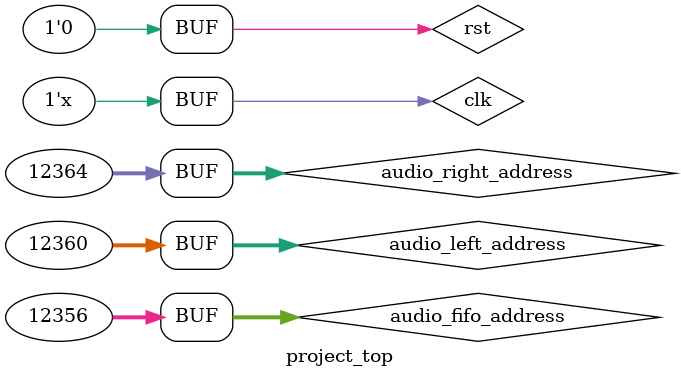
<source format=v>

`timescale 1ns/1ns

module project_top();

   reg rst, clk;
   wire [31:0] bus_addr;        // Avalon address
   wire [3:0]  bus_byte_enable; // four bit byte read/write mask
   wire        bus_read;        // high when requesting data
   wire        bus_write;       //  high when writing data
   wire [31:0] bus_write_data;       //  data to send to Avalog bus
   reg         bus_ack;         //  Avalon bus raises this when done
   reg [31:0]  bus_read_data;   // data from Avalon bus
   reg [31:0]  counter;

   wire [31:0] audio_fifo_address  = 32'h00003044; // Avalon address +4
   wire [31:0] audio_left_address  = 32'h00003048; // Avalon address +8
   wire [31:0] audio_right_address = 32'h0000304c; // Avalon address +12

   // make reset
   initial begin
      bus_read_data = 32'b0;

      counter = 32'b0;
      clk = 1'b0;
      rst = 1'b0;
      #50
        rst = 1'b1;
      #100
        rst = 1'b0;
   end

   // make clock
   always begin
      #10
        clk = !clk;
   end

   always @(posedge clk) begin

      // fake bus acjs
      bus_ack <= bus_write | bus_read;

   end

   always @(posedge bus_read) begin

      // fake bus reads
      if (bus_addr == audio_fifo_address) begin
         bus_read_data <= (8'd3 << 24) | 8'd2; // allow reads and writes
      end
      else if ((bus_addr == audio_right_address)) begin
         counter <= counter + 1;
         bus_read_data <= counter;
      end

   end

   EBABWrapper ebab_wrapper
     (
      // Outputs
      .bus_byte_enable(bus_byte_enable),
      .bus_read(bus_read),
      .bus_write(bus_write),
      .bus_write_data(bus_write_data),
      .bus_addr(bus_addr),
      // Inputs
      .clk(clk),
      .rst(rst),
      .bus_ack(bus_ack),
      .bus_read_data(bus_read_data)
      );

endmodule

</source>
